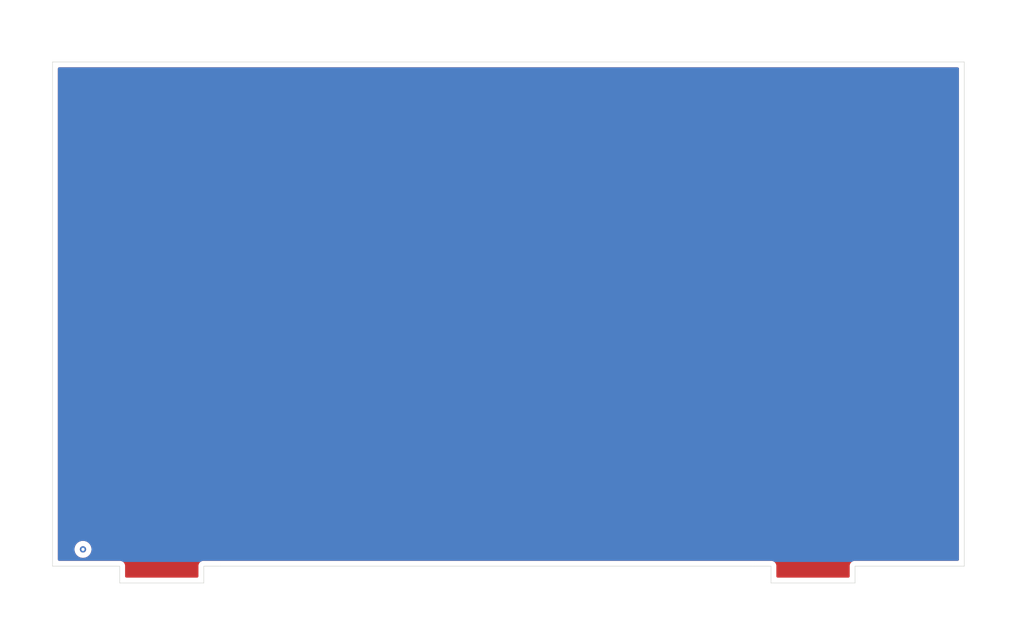
<source format=kicad_pcb>
(kicad_pcb (version 20211014) (generator pcbnew)

  (general
    (thickness 1.6)
  )

  (paper "A4")
  (layers
    (0 "F.Cu" signal)
    (31 "B.Cu" signal)
    (32 "B.Adhes" user "B.Adhesive")
    (33 "F.Adhes" user "F.Adhesive")
    (34 "B.Paste" user)
    (35 "F.Paste" user)
    (36 "B.SilkS" user "B.Silkscreen")
    (37 "F.SilkS" user "F.Silkscreen")
    (38 "B.Mask" user)
    (39 "F.Mask" user)
    (40 "Dwgs.User" user "User.Drawings")
    (41 "Cmts.User" user "User.Comments")
    (42 "Eco1.User" user "User.Eco1")
    (43 "Eco2.User" user "User.Eco2")
    (44 "Edge.Cuts" user)
    (45 "Margin" user)
    (46 "B.CrtYd" user "B.Courtyard")
    (47 "F.CrtYd" user "F.Courtyard")
    (48 "B.Fab" user)
    (49 "F.Fab" user)
  )

  (setup
    (pad_to_mask_clearance 0.051)
    (solder_mask_min_width 0.25)
    (pcbplotparams
      (layerselection 0x00010c0_ffffffff)
      (disableapertmacros true)
      (usegerberextensions false)
      (usegerberattributes false)
      (usegerberadvancedattributes false)
      (creategerberjobfile false)
      (svguseinch false)
      (svgprecision 6)
      (excludeedgelayer true)
      (plotframeref false)
      (viasonmask false)
      (mode 1)
      (useauxorigin false)
      (hpglpennumber 1)
      (hpglpenspeed 20)
      (hpglpendiameter 15.000000)
      (dxfpolygonmode true)
      (dxfimperialunits true)
      (dxfusepcbnewfont true)
      (psnegative false)
      (psa4output false)
      (plotreference true)
      (plotvalue true)
      (plotinvisibletext false)
      (sketchpadsonfab false)
      (subtractmaskfromsilk false)
      (outputformat 1)
      (mirror false)
      (drillshape 0)
      (scaleselection 1)
      (outputdirectory "gerber/")
    )
  )

  (net 0 "")

  (gr_line (start 166.8 101.4) (end 116 101.4) (layer "Edge.Cuts") (width 0.05) (tstamp 00000000-0000-0000-0000-00005efe8056))
  (gr_line (start 168.4 101.4) (end 166.8 101.4) (layer "Edge.Cuts") (width 0.05) (tstamp 00000000-0000-0000-0000-00005eff263b))
  (gr_line (start 114.4 101.4) (end 116 101.4) (layer "Edge.Cuts") (width 0.05) (tstamp 00000000-0000-0000-0000-00005eff2640))
  (gr_line (start 106.4 101.4) (end 106.4 103) (layer "Edge.Cuts") (width 0.05) (tstamp 16ded395-a862-4198-b3af-ba8c7fb298bb))
  (gr_line (start 186.8 53.4) (end 186.8 101.4) (layer "Edge.Cuts") (width 0.05) (tstamp 23e66461-bcf2-4335-93c2-5c91dfd00187))
  (gr_line (start 100 101.4) (end 106.4 101.4) (layer "Edge.Cuts") (width 0.05) (tstamp 3934cdea-42c8-4ab1-b1be-2c4978ab08ae))
  (gr_line (start 176.4 103) (end 168.4 103) (layer "Edge.Cuts") (width 0.05) (tstamp 6ff874d0-4ac5-414c-83a7-573eda4c7703))
  (gr_line (start 114.4 103) (end 114.4 101.4) (layer "Edge.Cuts") (width 0.05) (tstamp 851ab59d-1fd7-45c7-a775-29797327cafc))
  (gr_line (start 176.4 101.4) (end 176.4 103) (layer "Edge.Cuts") (width 0.05) (tstamp 9538e4ed-27e6-4c37-b989-9859dc0d49e8))
  (gr_line (start 106.4 103) (end 114.4 103) (layer "Edge.Cuts") (width 0.05) (tstamp 975b065a-4fee-4d11-9f2f-b1d40a3629cb))
  (gr_line (start 100 53.4) (end 100 101.4) (layer "Edge.Cuts") (width 0.05) (tstamp d0dfd7c1-401d-4f64-8463-f4c0813ac28f))
  (gr_line (start 100 53.4) (end 186.8 53.4) (layer "Edge.Cuts") (width 0.05) (tstamp dd2f6b13-9e35-4a67-90ac-cf0d1ea34e5a))
  (gr_line (start 186.8 101.4) (end 176.4 101.4) (layer "Edge.Cuts") (width 0.05) (tstamp e1105432-6a2f-45d9-8a08-47401d087cf4))
  (gr_line (start 168.4 103) (end 168.4 101.4) (layer "Edge.Cuts") (width 0.05) (tstamp e63e39d7-6ac0-4ffd-8aa3-1841a4541b55))

  (via (at 102.9 99.8) (size 0.6) (drill 0.3) (layers "F.Cu" "B.Cu") (net 0) (tstamp 3559e287-424e-4397-b080-77c7ba6f395b))

  (zone (net 0) (net_name "") (layer "F.Cu") (tstamp 00000000-0000-0000-0000-00005f05fc52) (hatch edge 0.508)
    (connect_pads yes (clearance 0.508))
    (min_thickness 0.254) (filled_areas_thickness no)
    (fill yes (thermal_gap 0.508) (thermal_bridge_width 0.508))
    (polygon
      (pts
        (xy 97.5 50)
        (xy 97.5 105)
        (xy 190 105)
        (xy 190 50)
      )
    )
    (filled_polygon
      (layer "F.Cu")
      (island)
      (pts
        (xy 186.234121 53.928002)
        (xy 186.280614 53.981658)
        (xy 186.292 54.034)
        (xy 186.292 100.766)
        (xy 186.271998 100.834121)
        (xy 186.218342 100.880614)
        (xy 186.166 100.892)
        (xy 176.408702 100.892)
        (xy 176.407932 100.891998)
        (xy 176.407078 100.891993)
        (xy 176.330348 100.891524)
        (xy 176.321719 100.89399)
        (xy 176.321714 100.893991)
        (xy 176.301952 100.899639)
        (xy 176.285191 100.903217)
        (xy 176.264848 100.90613)
        (xy 176.264838 100.906133)
        (xy 176.255955 100.907405)
        (xy 176.232605 100.918021)
        (xy 176.215093 100.924464)
        (xy 176.207057 100.926761)
        (xy 176.190435 100.931512)
        (xy 176.165452 100.947274)
        (xy 176.150386 100.955404)
        (xy 176.12349 100.967633)
        (xy 176.104061 100.984374)
        (xy 176.089053 100.995479)
        (xy 176.067369 101.00916)
        (xy 176.061427 101.015888)
        (xy 176.047819 101.031296)
        (xy 176.035627 101.04334)
        (xy 176.013253 101.062619)
        (xy 176.008374 101.070147)
        (xy 176.008371 101.07015)
        (xy 175.999304 101.084139)
        (xy 175.988014 101.099013)
        (xy 175.971044 101.118228)
        (xy 175.95849 101.144966)
        (xy 175.950176 101.159935)
        (xy 175.934107 101.184727)
        (xy 175.931535 101.193327)
        (xy 175.926761 101.20929)
        (xy 175.920099 101.226736)
        (xy 175.909201 101.249948)
        (xy 175.904658 101.279128)
        (xy 175.900874 101.295849)
        (xy 175.894986 101.315536)
        (xy 175.894985 101.315539)
        (xy 175.892413 101.324141)
        (xy 175.892358 101.333116)
        (xy 175.892358 101.333117)
        (xy 175.892203 101.358546)
        (xy 175.89217 101.359328)
        (xy 175.892 101.360423)
        (xy 175.892 101.391298)
        (xy 175.891998 101.392068)
        (xy 175.891524 101.469652)
        (xy 175.891908 101.470996)
        (xy 175.892 101.472341)
        (xy 175.892 102.366)
        (xy 175.871998 102.434121)
        (xy 175.818342 102.480614)
        (xy 175.766 102.492)
        (xy 169.034 102.492)
        (xy 168.965879 102.471998)
        (xy 168.919386 102.418342)
        (xy 168.908 102.366)
        (xy 168.908 101.408702)
        (xy 168.908002 101.407932)
        (xy 168.908421 101.339322)
        (xy 168.908476 101.330348)
        (xy 168.90601 101.321719)
        (xy 168.906009 101.321714)
        (xy 168.900361 101.301952)
        (xy 168.896783 101.285191)
        (xy 168.89387 101.264848)
        (xy 168.893867 101.264838)
        (xy 168.892595 101.255955)
        (xy 168.881979 101.232605)
        (xy 168.875536 101.215093)
        (xy 168.870954 101.199063)
        (xy 168.868488 101.190435)
        (xy 168.852726 101.165452)
        (xy 168.844596 101.150386)
        (xy 168.832367 101.12349)
        (xy 168.815626 101.104061)
        (xy 168.804521 101.089053)
        (xy 168.79563 101.074961)
        (xy 168.79084 101.067369)
        (xy 168.768703 101.047818)
        (xy 168.756659 101.035626)
        (xy 168.743239 101.020051)
        (xy 168.743237 101.02005)
        (xy 168.737381 101.013253)
        (xy 168.729853 101.008374)
        (xy 168.72985 101.008371)
        (xy 168.715861 100.999304)
        (xy 168.700987 100.988014)
        (xy 168.688502 100.976988)
        (xy 168.681772 100.971044)
        (xy 168.673646 100.967229)
        (xy 168.673645 100.967228)
        (xy 168.667979 100.964568)
        (xy 168.655034 100.95849)
        (xy 168.640065 100.950176)
        (xy 168.615273 100.934107)
        (xy 168.590709 100.926761)
        (xy 168.573264 100.920099)
        (xy 168.568827 100.918016)
        (xy 168.550052 100.909201)
        (xy 168.52087 100.904657)
        (xy 168.504151 100.900874)
        (xy 168.484464 100.894986)
        (xy 168.484461 100.894985)
        (xy 168.475859 100.892413)
        (xy 168.466884 100.892358)
        (xy 168.466883 100.892358)
        (xy 168.46019 100.892317)
        (xy 168.441444 100.892203)
        (xy 168.440672 100.89217)
        (xy 168.439577 100.892)
        (xy 168.408702 100.892)
        (xy 168.407932 100.891998)
        (xy 168.334284 100.891548)
        (xy 168.334283 100.891548)
        (xy 168.330348 100.891524)
        (xy 168.329004 100.891908)
        (xy 168.327659 100.892)
        (xy 114.408702 100.892)
        (xy 114.407932 100.891998)
        (xy 114.407078 100.891993)
        (xy 114.330348 100.891524)
        (xy 114.321719 100.89399)
        (xy 114.321714 100.893991)
        (xy 114.301952 100.899639)
        (xy 114.285191 100.903217)
        (xy 114.264848 100.90613)
        (xy 114.264838 100.906133)
        (xy 114.255955 100.907405)
        (xy 114.232605 100.918021)
        (xy 114.215093 100.924464)
        (xy 114.207057 100.926761)
        (xy 114.190435 100.931512)
        (xy 114.165452 100.947274)
        (xy 114.150386 100.955404)
        (xy 114.12349 100.967633)
        (xy 114.104061 100.984374)
        (xy 114.089053 100.995479)
        (xy 114.067369 101.00916)
        (xy 114.061427 101.015888)
        (xy 114.047819 101.031296)
        (xy 114.035627 101.04334)
        (xy 114.013253 101.062619)
        (xy 114.008374 101.070147)
        (xy 114.008371 101.07015)
        (xy 113.999304 101.084139)
        (xy 113.988014 101.099013)
        (xy 113.971044 101.118228)
        (xy 113.95849 101.144966)
        (xy 113.950176 101.159935)
        (xy 113.934107 101.184727)
        (xy 113.931535 101.193327)
        (xy 113.926761 101.20929)
        (xy 113.920099 101.226736)
        (xy 113.909201 101.249948)
        (xy 113.904658 101.279128)
        (xy 113.900874 101.295849)
        (xy 113.894986 101.315536)
        (xy 113.894985 101.315539)
        (xy 113.892413 101.324141)
        (xy 113.892358 101.333116)
        (xy 113.892358 101.333117)
        (xy 113.892203 101.358546)
        (xy 113.89217 101.359328)
        (xy 113.892 101.360423)
        (xy 113.892 101.391298)
        (xy 113.891998 101.392068)
        (xy 113.891524 101.469652)
        (xy 113.891908 101.470996)
        (xy 113.892 101.472341)
        (xy 113.892 102.366)
        (xy 113.871998 102.434121)
        (xy 113.818342 102.480614)
        (xy 113.766 102.492)
        (xy 107.034 102.492)
        (xy 106.965879 102.471998)
        (xy 106.919386 102.418342)
        (xy 106.908 102.366)
        (xy 106.908 101.408702)
        (xy 106.908002 101.407932)
        (xy 106.908421 101.339322)
        (xy 106.908476 101.330348)
        (xy 106.90601 101.321719)
        (xy 106.906009 101.321714)
        (xy 106.900361 101.301952)
        (xy 106.896783 101.285191)
        (xy 106.89387 101.264848)
        (xy 106.893867 101.264838)
        (xy 106.892595 101.255955)
        (xy 106.881979 101.232605)
        (xy 106.875536 101.215093)
        (xy 106.870954 101.199063)
        (xy 106.868488 101.190435)
        (xy 106.852726 101.165452)
        (xy 106.844596 101.150386)
        (xy 106.832367 101.12349)
        (xy 106.815626 101.104061)
        (xy 106.804521 101.089053)
        (xy 106.79563 101.074961)
        (xy 106.79084 101.067369)
        (xy 106.768703 101.047818)
        (xy 106.756659 101.035626)
        (xy 106.743239 101.020051)
        (xy 106.743237 101.02005)
        (xy 106.737381 101.013253)
        (xy 106.729853 101.008374)
        (xy 106.72985 101.008371)
        (xy 106.715861 100.999304)
        (xy 106.700987 100.988014)
        (xy 106.688502 100.976988)
        (xy 106.681772 100.971044)
        (xy 106.673646 100.967229)
        (xy 106.673645 100.967228)
        (xy 106.667979 100.964568)
        (xy 106.655034 100.95849)
        (xy 106.640065 100.950176)
        (xy 106.615273 100.934107)
        (xy 106.590709 100.926761)
        (xy 106.573264 100.920099)
        (xy 106.568827 100.918016)
        (xy 106.550052 100.909201)
        (xy 106.52087 100.904657)
        (xy 106.504151 100.900874)
        (xy 106.484464 100.894986)
        (xy 106.484461 100.894985)
        (xy 106.475859 100.892413)
        (xy 106.466884 100.892358)
        (xy 106.466883 100.892358)
        (xy 106.46019 100.892317)
        (xy 106.441444 100.892203)
        (xy 106.440672 100.89217)
        (xy 106.439577 100.892)
        (xy 106.408702 100.892)
        (xy 106.407932 100.891998)
        (xy 106.334284 100.891548)
        (xy 106.334283 100.891548)
        (xy 106.330348 100.891524)
        (xy 106.329004 100.891908)
        (xy 106.327659 100.892)
        (xy 100.634 100.892)
        (xy 100.565879 100.871998)
        (xy 100.519386 100.818342)
        (xy 100.508 100.766)
        (xy 100.508 99.78864)
        (xy 102.086463 99.78864)
        (xy 102.104163 99.96916)
        (xy 102.161418 100.141273)
        (xy 102.165065 100.147295)
        (xy 102.165066 100.147297)
        (xy 102.175978 100.165314)
        (xy 102.25538 100.296424)
        (xy 102.381382 100.426902)
        (xy 102.533159 100.526222)
        (xy 102.539763 100.528678)
        (xy 102.539765 100.528679)
        (xy 102.696558 100.58699)
        (xy 102.69656 100.58699)
        (xy 102.703168 100.589448)
        (xy 102.786995 100.600633)
        (xy 102.87598 100.612507)
        (xy 102.875984 100.612507)
        (xy 102.882961 100.613438)
        (xy 102.889972 100.6128)
        (xy 102.889976 100.6128)
        (xy 103.032459 100.599832)
        (xy 103.0636 100.596998)
        (xy 103.070302 100.59482)
        (xy 103.070304 100.59482)
        (xy 103.229409 100.543124)
        (xy 103.229412 100.543123)
        (xy 103.236108 100.540947)
        (xy 103.391912 100.448069)
        (xy 103.523266 100.322982)
        (xy 103.623643 100.171902)
        (xy 103.688055 100.002338)
        (xy 103.689035 99.995366)
        (xy 103.712748 99.826639)
        (xy 103.712748 99.826636)
        (xy 103.713299 99.822717)
        (xy 103.713616 99.8)
        (xy 103.693397 99.619745)
        (xy 103.69108 99.613091)
        (xy 103.636064 99.455106)
        (xy 103.636062 99.455103)
        (xy 103.633745 99.448448)
        (xy 103.537626 99.294624)
        (xy 103.523941 99.280843)
        (xy 103.414778 99.170915)
        (xy 103.414774 99.170912)
        (xy 103.409815 99.165918)
        (xy 103.398697 99.158862)
        (xy 103.350538 99.1283)
        (xy 103.256666 99.068727)
        (xy 103.227463 99.058328)
        (xy 103.092425 99.010243)
        (xy 103.09242 99.010242)
        (xy 103.08579 99.007881)
        (xy 103.078802 99.007048)
        (xy 103.078799 99.007047)
        (xy 102.955698 98.992368)
        (xy 102.90568 98.986404)
        (xy 102.898677 98.98714)
        (xy 102.898676 98.98714)
        (xy 102.732288 99.004628)
        (xy 102.732286 99.004629)
        (xy 102.725288 99.005364)
        (xy 102.553579 99.063818)
        (xy 102.547575 99.067512)
        (xy 102.405095 99.155166)
        (xy 102.405092 99.155168)
        (xy 102.399088 99.158862)
        (xy 102.394053 99.163793)
        (xy 102.39405 99.163795)
        (xy 102.274525 99.280843)
        (xy 102.269493 99.285771)
        (xy 102.171235 99.438238)
        (xy 102.168826 99.444858)
        (xy 102.168824 99.444861)
        (xy 102.111606 99.602066)
        (xy 102.109197 99.608685)
        (xy 102.086463 99.78864)
        (xy 100.508 99.78864)
        (xy 100.508 54.034)
        (xy 100.528002 53.965879)
        (xy 100.581658 53.919386)
        (xy 100.634 53.908)
        (xy 186.166 53.908)
      )
    )
  )
  (zone (net 0) (net_name "") (layer "B.Cu") (tstamp 00000000-0000-0000-0000-00005f05fc4f) (hatch edge 0.508)
    (connect_pads yes (clearance 0.508))
    (min_thickness 0.254) (filled_areas_thickness no)
    (fill yes (thermal_gap 0.508) (thermal_bridge_width 0.508))
    (polygon
      (pts
        (xy 95 47.5)
        (xy 95 107.5)
        (xy 192.5 107.5)
        (xy 192.5 47.5)
      )
    )
    (filled_polygon
      (layer "B.Cu")
      (island)
      (pts
        (xy 186.234121 53.928002)
        (xy 186.280614 53.981658)
        (xy 186.292 54.034)
        (xy 186.292 100.766)
        (xy 186.271998 100.834121)
        (xy 186.218342 100.880614)
        (xy 186.166 100.892)
        (xy 176.408702 100.892)
        (xy 176.407932 100.891998)
        (xy 176.407078 100.891993)
        (xy 176.330348 100.891524)
        (xy 176.321719 100.89399)
        (xy 176.321714 100.893991)
        (xy 176.301952 100.899639)
        (xy 176.285191 100.903217)
        (xy 176.264848 100.90613)
        (xy 176.264838 100.906133)
        (xy 176.255955 100.907405)
        (xy 176.232605 100.918021)
        (xy 176.215093 100.924464)
        (xy 176.207057 100.926761)
        (xy 176.190435 100.931512)
        (xy 176.165452 100.947274)
        (xy 176.150386 100.955404)
        (xy 176.12349 100.967633)
        (xy 176.116688 100.973494)
        (xy 176.109128 100.978329)
        (xy 176.107481 100.975753)
        (xy 176.056717 100.998767)
        (xy 176.03913 101)
        (xy 168.761217 101)
        (xy 168.69204 100.979311)
        (xy 168.688499 100.976985)
        (xy 168.681772 100.971044)
        (xy 168.655034 100.95849)
        (xy 168.640065 100.950176)
        (xy 168.615273 100.934107)
        (xy 168.590709 100.926761)
        (xy 168.573264 100.920099)
        (xy 168.568827 100.918016)
        (xy 168.550052 100.909201)
        (xy 168.52087 100.904657)
        (xy 168.504151 100.900874)
        (xy 168.484464 100.894986)
        (xy 168.484461 100.894985)
        (xy 168.475859 100.892413)
        (xy 168.466884 100.892358)
        (xy 168.466883 100.892358)
        (xy 168.46019 100.892317)
        (xy 168.441444 100.892203)
        (xy 168.440672 100.89217)
        (xy 168.439577 100.892)
        (xy 168.408702 100.892)
        (xy 168.407932 100.891998)
        (xy 168.334284 100.891548)
        (xy 168.334283 100.891548)
        (xy 168.330348 100.891524)
        (xy 168.329004 100.891908)
        (xy 168.327659 100.892)
        (xy 114.408702 100.892)
        (xy 114.407932 100.891998)
        (xy 114.407078 100.891993)
        (xy 114.330348 100.891524)
        (xy 114.321719 100.89399)
        (xy 114.321714 100.893991)
        (xy 114.301952 100.899639)
        (xy 114.285191 100.903217)
        (xy 114.264848 100.90613)
        (xy 114.264838 100.906133)
        (xy 114.255955 100.907405)
        (xy 114.232605 100.918021)
        (xy 114.215093 100.924464)
        (xy 114.207057 100.926761)
        (xy 114.190435 100.931512)
        (xy 114.165452 100.947274)
        (xy 114.150386 100.955404)
        (xy 114.12349 100.967633)
        (xy 114.116688 100.973494)
        (xy 114.109128 100.978329)
        (xy 114.107481 100.975753)
        (xy 114.056717 100.998767)
        (xy 114.03913 101)
        (xy 106.761217 101)
        (xy 106.69204 100.979311)
        (xy 106.688499 100.976985)
        (xy 106.681772 100.971044)
        (xy 106.655034 100.95849)
        (xy 106.640065 100.950176)
        (xy 106.615273 100.934107)
        (xy 106.590709 100.926761)
        (xy 106.573264 100.920099)
        (xy 106.568827 100.918016)
        (xy 106.550052 100.909201)
        (xy 106.52087 100.904657)
        (xy 106.504151 100.900874)
        (xy 106.484464 100.894986)
        (xy 106.484461 100.894985)
        (xy 106.475859 100.892413)
        (xy 106.466884 100.892358)
        (xy 106.466883 100.892358)
        (xy 106.46019 100.892317)
        (xy 106.441444 100.892203)
        (xy 106.440672 100.89217)
        (xy 106.439577 100.892)
        (xy 106.408702 100.892)
        (xy 106.407932 100.891998)
        (xy 106.334284 100.891548)
        (xy 106.334283 100.891548)
        (xy 106.330348 100.891524)
        (xy 106.329004 100.891908)
        (xy 106.327659 100.892)
        (xy 100.634 100.892)
        (xy 100.565879 100.871998)
        (xy 100.519386 100.818342)
        (xy 100.508 100.766)
        (xy 100.508 99.78864)
        (xy 102.086463 99.78864)
        (xy 102.104163 99.96916)
        (xy 102.161418 100.141273)
        (xy 102.165065 100.147295)
        (xy 102.165066 100.147297)
        (xy 102.175978 100.165314)
        (xy 102.25538 100.296424)
        (xy 102.381382 100.426902)
        (xy 102.533159 100.526222)
        (xy 102.539763 100.528678)
        (xy 102.539765 100.528679)
        (xy 102.696558 100.58699)
        (xy 102.69656 100.58699)
        (xy 102.703168 100.589448)
        (xy 102.786995 100.600633)
        (xy 102.87598 100.612507)
        (xy 102.875984 100.612507)
        (xy 102.882961 100.613438)
        (xy 102.889972 100.6128)
        (xy 102.889976 100.6128)
        (xy 103.032459 100.599832)
        (xy 103.0636 100.596998)
        (xy 103.070302 100.59482)
        (xy 103.070304 100.59482)
        (xy 103.229409 100.543124)
        (xy 103.229412 100.543123)
        (xy 103.236108 100.540947)
        (xy 103.391912 100.448069)
        (xy 103.523266 100.322982)
        (xy 103.623643 100.171902)
        (xy 103.688055 100.002338)
        (xy 103.689035 99.995366)
        (xy 103.712748 99.826639)
        (xy 103.712748 99.826636)
        (xy 103.713299 99.822717)
        (xy 103.713616 99.8)
        (xy 103.693397 99.619745)
        (xy 103.69108 99.613091)
        (xy 103.636064 99.455106)
        (xy 103.636062 99.455103)
        (xy 103.633745 99.448448)
        (xy 103.537626 99.294624)
        (xy 103.523941 99.280843)
        (xy 103.414778 99.170915)
        (xy 103.414774 99.170912)
        (xy 103.409815 99.165918)
        (xy 103.398697 99.158862)
        (xy 103.350538 99.1283)
        (xy 103.256666 99.068727)
        (xy 103.227463 99.058328)
        (xy 103.092425 99.010243)
        (xy 103.09242 99.010242)
        (xy 103.08579 99.007881)
        (xy 103.078802 99.007048)
        (xy 103.078799 99.007047)
        (xy 102.955698 98.992368)
        (xy 102.90568 98.986404)
        (xy 102.898677 98.98714)
        (xy 102.898676 98.98714)
        (xy 102.732288 99.004628)
        (xy 102.732286 99.004629)
        (xy 102.725288 99.005364)
        (xy 102.553579 99.063818)
        (xy 102.547575 99.067512)
        (xy 102.405095 99.155166)
        (xy 102.405092 99.155168)
        (xy 102.399088 99.158862)
        (xy 102.394053 99.163793)
        (xy 102.39405 99.163795)
        (xy 102.274525 99.280843)
        (xy 102.269493 99.285771)
        (xy 102.171235 99.438238)
        (xy 102.168826 99.444858)
        (xy 102.168824 99.444861)
        (xy 102.111606 99.602066)
        (xy 102.109197 99.608685)
        (xy 102.086463 99.78864)
        (xy 100.508 99.78864)
        (xy 100.508 54.034)
        (xy 100.528002 53.965879)
        (xy 100.581658 53.919386)
        (xy 100.634 53.908)
        (xy 186.166 53.908)
      )
    )
  )
  (zone (net 0) (net_name "") (layer "B.Cu") (tstamp 02165243-61a3-4857-84ba-71a77cb9a387) (hatch edge 0.508)
    (connect_pads (clearance 0))
    (min_thickness 0.254)
    (keepout (tracks not_allowed) (vias not_allowed) (pads allowed ) (copperpour not_allowed) (footprints allowed))
    (fill (thermal_gap 0.508) (thermal_bridge_width 0.508))
    (polygon
      (pts
        (xy 114.4 104)
        (xy 114.4 101)
        (xy 106.4 101)
        (xy 106.4 104)
      )
    )
  )
  (zone (net 0) (net_name "") (layer "B.Cu") (tstamp 0f3c9e3a-9c59-4881-b27a-d0e982b3ea8e) (hatch edge 0.508)
    (connect_pads (clearance 0))
    (min_thickness 0.254)
    (keepout (tracks not_allowed) (vias not_allowed) (pads allowed ) (copperpour not_allowed) (footprints allowed))
    (fill (thermal_gap 0.508) (thermal_bridge_width 0.508))
    (polygon
      (pts
        (xy 168.6 104)
        (xy 176.6 104)
        (xy 176.6 101)
        (xy 168.6 101)
      )
    )
  )
  (zone (net 0) (net_name "") (layer "B.Mask") (tstamp 00000000-0000-0000-0000-00005f05fc49) (hatch edge 0.508)
    (connect_pads (clearance 0.508))
    (min_thickness 0.254) (filled_areas_thickness no)
    (fill yes (thermal_gap 0.508) (thermal_bridge_width 0.508))
    (polygon
      (pts
        (xy 168.6 104)
        (xy 176.6 104)
        (xy 176.6 97)
        (xy 168.6 97)
      )
    )
    (filled_polygon
      (layer "B.Mask")
      (island)
      (pts
        (xy 176.542121 97.020002)
        (xy 176.588614 97.073658)
        (xy 176.6 97.126)
        (xy 176.6 101.274)
        (xy 176.579998 101.342121)
        (xy 176.526342 101.388614)
        (xy 176.474 101.4)
        (xy 176.418115 101.4)
        (xy 176.402876 101.404475)
        (xy 176.401671 101.405865)
        (xy 176.4 101.413548)
        (xy 176.4 102.874)
        (xy 176.379998 102.942121)
        (xy 176.326342 102.988614)
        (xy 176.274 103)
        (xy 168.726 103)
        (xy 168.657879 102.979998)
        (xy 168.611386 102.926342)
        (xy 168.6 102.874)
        (xy 168.6 97.126)
        (xy 168.620002 97.057879)
        (xy 168.673658 97.011386)
        (xy 168.726 97)
        (xy 176.474 97)
      )
    )
  )
  (zone (net 0) (net_name "") (layer "B.Mask") (tstamp 00000000-0000-0000-0000-00005f05fc4c) (hatch edge 0.508)
    (connect_pads (clearance 0.508))
    (min_thickness 0.254) (filled_areas_thickness no)
    (fill yes (thermal_gap 0.508) (thermal_bridge_width 0.508))
    (polygon
      (pts
        (xy 106.4 104)
        (xy 114.4 104)
        (xy 114.4 98)
        (xy 106.4 98)
      )
    )
    (filled_polygon
      (layer "B.Mask")
      (island)
      (pts
        (xy 114.342121 98.020002)
        (xy 114.388614 98.073658)
        (xy 114.4 98.126)
        (xy 114.4 102.874)
        (xy 114.379998 102.942121)
        (xy 114.326342 102.988614)
        (xy 114.274 103)
        (xy 106.526 103)
        (xy 106.457879 102.979998)
        (xy 106.411386 102.926342)
        (xy 106.4 102.874)
        (xy 106.4 98.126)
        (xy 106.420002 98.057879)
        (xy 106.473658 98.011386)
        (xy 106.526 98)
        (xy 114.274 98)
      )
    )
  )
)

</source>
